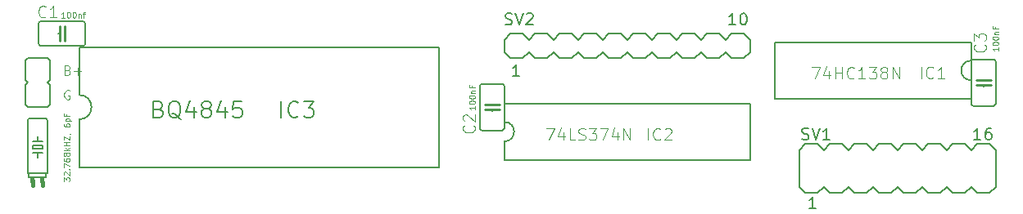
<source format=gbr>
%TF.GenerationSoftware,KiCad,Pcbnew,5.1.6*%
%TF.CreationDate,2020-10-23T20:35:41+02:00*%
%TF.ProjectId,RC2014 Real-Time Clock and IO,52433230-3134-4205-9265-616c2d54696d,rev?*%
%TF.SameCoordinates,Original*%
%TF.FileFunction,Legend,Top*%
%TF.FilePolarity,Positive*%
%FSLAX46Y46*%
G04 Gerber Fmt 4.6, Leading zero omitted, Abs format (unit mm)*
G04 Created by KiCad (PCBNEW 5.1.6) date 2020-10-23 20:35:41*
%MOMM*%
%LPD*%
G01*
G04 APERTURE LIST*
%ADD10C,0.081280*%
%ADD11C,0.152400*%
%ADD12C,0.100000*%
%ADD13C,0.406400*%
%ADD14C,0.254000*%
%ADD15C,0.120650*%
%ADD16C,0.060000*%
%ADD17C,0.127000*%
%ADD18C,0.168910*%
%ADD19C,0.096520*%
G04 APERTURE END LIST*
D10*
X103099322Y-102001400D02*
X103007398Y-101955438D01*
X102869512Y-101955438D01*
X102731627Y-102001400D01*
X102639703Y-102093323D01*
X102593741Y-102185247D01*
X102547779Y-102369095D01*
X102547779Y-102506980D01*
X102593741Y-102690828D01*
X102639703Y-102782752D01*
X102731627Y-102874676D01*
X102869512Y-102920638D01*
X102961436Y-102920638D01*
X103099322Y-102874676D01*
X103145284Y-102828714D01*
X103145284Y-102506980D01*
X102961436Y-102506980D01*
X102915474Y-99875057D02*
X103053360Y-99921019D01*
X103099322Y-99966980D01*
X103145284Y-100058904D01*
X103145284Y-100196790D01*
X103099322Y-100288714D01*
X103053360Y-100334676D01*
X102961436Y-100380638D01*
X102593741Y-100380638D01*
X102593741Y-99415438D01*
X102915474Y-99415438D01*
X103007398Y-99461400D01*
X103053360Y-99507361D01*
X103099322Y-99599285D01*
X103099322Y-99691209D01*
X103053360Y-99783133D01*
X103007398Y-99829095D01*
X102915474Y-99875057D01*
X102593741Y-99875057D01*
X103558941Y-100012942D02*
X104294332Y-100012942D01*
X103926636Y-100380638D02*
X103926636Y-99645247D01*
D11*
%TO.C,IC1*%
X196291100Y-96997600D02*
X196291100Y-98902600D01*
X196291100Y-102839600D02*
X196291100Y-100934600D01*
X175971100Y-102839600D02*
X175971100Y-96997600D01*
X196291100Y-96997600D02*
X175971100Y-96997600D01*
X175971100Y-102839600D02*
X196291100Y-102839600D01*
X196291100Y-98902600D02*
G75*
G03*
X196291100Y-100934600I0J-1016000D01*
G01*
D12*
%TO.C,Q1*%
G36*
X99059900Y-111602600D02*
G01*
X99466300Y-111602600D01*
X99466300Y-111018400D01*
X99059900Y-111018400D01*
X99059900Y-111602600D01*
G37*
G36*
X100075900Y-111602600D02*
G01*
X100482300Y-111602600D01*
X100482300Y-111018400D01*
X100075900Y-111018400D01*
X100075900Y-111602600D01*
G37*
D11*
X100660100Y-110586600D02*
X98882100Y-110586600D01*
X100787100Y-110586600D02*
X100660100Y-110586600D01*
X99771100Y-107284600D02*
X100279100Y-107284600D01*
X99771100Y-107284600D02*
X99771100Y-106776600D01*
X99771100Y-108427600D02*
X100279100Y-108427600D01*
X99771100Y-108427600D02*
X99771100Y-108935600D01*
X99263100Y-108427600D02*
X99771100Y-108427600D01*
X99263100Y-107284600D02*
X99771100Y-107284600D01*
X99263100Y-107665600D02*
X100279100Y-107665600D01*
X100279100Y-108046600D02*
X100279100Y-107665600D01*
X100279100Y-108046600D02*
X99263100Y-108046600D01*
X99263100Y-107665600D02*
X99263100Y-108046600D01*
D13*
X99263100Y-111856600D02*
X99263100Y-111348600D01*
X100279100Y-111856600D02*
X100279100Y-111475600D01*
D11*
X98755100Y-110586600D02*
X98755100Y-105125600D01*
X98755100Y-110586600D02*
X98882100Y-110586600D01*
X98882100Y-110967600D02*
X98882100Y-110586600D01*
X100787100Y-110586600D02*
X100787100Y-105125600D01*
X100660100Y-110967600D02*
X100660100Y-110586600D01*
X99009100Y-104871600D02*
X100533100Y-104871600D01*
X98882100Y-110967600D02*
X100660100Y-110967600D01*
X99009100Y-104871600D02*
G75*
G03*
X98755100Y-105125600I0J-254000D01*
G01*
X100787100Y-105125600D02*
G75*
G03*
X100533100Y-104871600I-254000J0D01*
G01*
%TO.C,SV1*%
X195656100Y-112618600D02*
X194386100Y-112618600D01*
X193751100Y-111983600D02*
X194386100Y-112618600D01*
X196926100Y-112618600D02*
X196291100Y-111983600D01*
X198196100Y-112618600D02*
X196926100Y-112618600D01*
X198831100Y-111983600D02*
X198196100Y-112618600D01*
X196291100Y-111983600D02*
X195656100Y-112618600D01*
X198831100Y-108173600D02*
X198831100Y-111983600D01*
X194386100Y-107538600D02*
X193751100Y-108173600D01*
X198196100Y-107538600D02*
X198831100Y-108173600D01*
X196926100Y-107538600D02*
X198196100Y-107538600D01*
X196291100Y-108173600D02*
X196926100Y-107538600D01*
X195656100Y-107538600D02*
X196291100Y-108173600D01*
X194386100Y-107538600D02*
X195656100Y-107538600D01*
X191846100Y-112618600D02*
X191211100Y-111983600D01*
X193116100Y-112618600D02*
X191846100Y-112618600D01*
X193751100Y-111983600D02*
X193116100Y-112618600D01*
X188036100Y-112618600D02*
X186766100Y-112618600D01*
X186131100Y-111983600D02*
X186766100Y-112618600D01*
X189306100Y-112618600D02*
X188671100Y-111983600D01*
X190576100Y-112618600D02*
X189306100Y-112618600D01*
X191211100Y-111983600D02*
X190576100Y-112618600D01*
X188671100Y-111983600D02*
X188036100Y-112618600D01*
X184226100Y-112618600D02*
X183591100Y-111983600D01*
X185496100Y-112618600D02*
X184226100Y-112618600D01*
X186131100Y-111983600D02*
X185496100Y-112618600D01*
X180416100Y-112618600D02*
X179146100Y-112618600D01*
X178511100Y-111983600D02*
X179146100Y-112618600D01*
X178511100Y-108173600D02*
X178511100Y-111983600D01*
X181686100Y-112618600D02*
X181051100Y-111983600D01*
X182956100Y-112618600D02*
X181686100Y-112618600D01*
X183591100Y-111983600D02*
X182956100Y-112618600D01*
X181051100Y-111983600D02*
X180416100Y-112618600D01*
X193116100Y-107538600D02*
X193751100Y-108173600D01*
X191846100Y-107538600D02*
X193116100Y-107538600D01*
X191211100Y-108173600D02*
X191846100Y-107538600D01*
X186766100Y-107538600D02*
X186131100Y-108173600D01*
X190576100Y-107538600D02*
X191211100Y-108173600D01*
X189306100Y-107538600D02*
X190576100Y-107538600D01*
X188671100Y-108173600D02*
X189306100Y-107538600D01*
X188036100Y-107538600D02*
X188671100Y-108173600D01*
X186766100Y-107538600D02*
X188036100Y-107538600D01*
X185496100Y-107538600D02*
X186131100Y-108173600D01*
X184226100Y-107538600D02*
X185496100Y-107538600D01*
X183591100Y-108173600D02*
X184226100Y-107538600D01*
X179146100Y-107538600D02*
X178511100Y-108173600D01*
X182956100Y-107538600D02*
X183591100Y-108173600D01*
X181686100Y-107538600D02*
X182956100Y-107538600D01*
X181051100Y-108173600D02*
X181686100Y-107538600D01*
X180416100Y-107538600D02*
X181051100Y-108173600D01*
X179146100Y-107538600D02*
X180416100Y-107538600D01*
%TO.C,IC3*%
X104089100Y-104998600D02*
X104089100Y-109951600D01*
X141300100Y-109951600D02*
X104089100Y-109951600D01*
X104089100Y-97505600D02*
X141300100Y-97505600D01*
X104089100Y-97505600D02*
X104089100Y-102458600D01*
X141300100Y-109951600D02*
X141300100Y-97505600D01*
X104089100Y-104998600D02*
G75*
G03*
X104089100Y-102458600I0J1270000D01*
G01*
%TO.C,IC2*%
X148031100Y-109189600D02*
X148031100Y-107284600D01*
X148031100Y-103347600D02*
X148031100Y-105252600D01*
X173431100Y-103347600D02*
X173431100Y-109189600D01*
X148031100Y-109189600D02*
X173431100Y-109189600D01*
X173431100Y-103347600D02*
X148031100Y-103347600D01*
X148031100Y-107284600D02*
G75*
G03*
X148031100Y-105252600I0J1016000D01*
G01*
%TO.C,JP1*%
X100787100Y-98648600D02*
X98755100Y-98648600D01*
X100787100Y-98648600D02*
X101041100Y-98902600D01*
X101041100Y-100934600D02*
X101041100Y-98902600D01*
X101041100Y-103474600D02*
X101041100Y-101442600D01*
X101041100Y-103474600D02*
X100787100Y-103728600D01*
X98755100Y-103728600D02*
X100787100Y-103728600D01*
X98501100Y-103474600D02*
X98501100Y-101442600D01*
X98501100Y-103474600D02*
X98755100Y-103728600D01*
X98755100Y-98648600D02*
X98501100Y-98902600D01*
X98501100Y-100934600D02*
X98501100Y-98902600D01*
X98755100Y-101188600D02*
X98501100Y-100934600D01*
X98755100Y-101188600D02*
X98501100Y-101442600D01*
X100787100Y-101188600D02*
X101041100Y-100934600D01*
X100787100Y-101188600D02*
X101041100Y-101442600D01*
%TO.C,SV2*%
X173431100Y-96743600D02*
X173431100Y-98013600D01*
X170256100Y-98648600D02*
X168986100Y-98648600D01*
X168351100Y-98013600D02*
X168986100Y-98648600D01*
X168986100Y-96108600D02*
X168351100Y-96743600D01*
X171526100Y-98648600D02*
X170891100Y-98013600D01*
X172796100Y-98648600D02*
X171526100Y-98648600D01*
X173431100Y-98013600D02*
X172796100Y-98648600D01*
X172796100Y-96108600D02*
X173431100Y-96743600D01*
X171526100Y-96108600D02*
X172796100Y-96108600D01*
X170891100Y-96743600D02*
X171526100Y-96108600D01*
X170891100Y-98013600D02*
X170256100Y-98648600D01*
X170256100Y-96108600D02*
X170891100Y-96743600D01*
X168986100Y-96108600D02*
X170256100Y-96108600D01*
X167716100Y-98648600D02*
X166446100Y-98648600D01*
X165811100Y-98013600D02*
X166446100Y-98648600D01*
X166446100Y-96108600D02*
X165811100Y-96743600D01*
X168351100Y-98013600D02*
X167716100Y-98648600D01*
X167716100Y-96108600D02*
X168351100Y-96743600D01*
X166446100Y-96108600D02*
X167716100Y-96108600D01*
X163906100Y-98648600D02*
X163271100Y-98013600D01*
X165176100Y-98648600D02*
X163906100Y-98648600D01*
X165811100Y-98013600D02*
X165176100Y-98648600D01*
X165176100Y-96108600D02*
X165811100Y-96743600D01*
X163906100Y-96108600D02*
X165176100Y-96108600D01*
X163271100Y-96743600D02*
X163906100Y-96108600D01*
X160096100Y-98648600D02*
X158826100Y-98648600D01*
X158191100Y-98013600D02*
X158826100Y-98648600D01*
X158826100Y-96108600D02*
X158191100Y-96743600D01*
X161366100Y-98648600D02*
X160731100Y-98013600D01*
X162636100Y-98648600D02*
X161366100Y-98648600D01*
X163271100Y-98013600D02*
X162636100Y-98648600D01*
X162636100Y-96108600D02*
X163271100Y-96743600D01*
X161366100Y-96108600D02*
X162636100Y-96108600D01*
X160731100Y-96743600D02*
X161366100Y-96108600D01*
X160731100Y-98013600D02*
X160096100Y-98648600D01*
X160096100Y-96108600D02*
X160731100Y-96743600D01*
X158826100Y-96108600D02*
X160096100Y-96108600D01*
X157556100Y-98648600D02*
X156286100Y-98648600D01*
X155651100Y-98013600D02*
X156286100Y-98648600D01*
X156286100Y-96108600D02*
X155651100Y-96743600D01*
X158191100Y-98013600D02*
X157556100Y-98648600D01*
X157556100Y-96108600D02*
X158191100Y-96743600D01*
X156286100Y-96108600D02*
X157556100Y-96108600D01*
X153746100Y-98648600D02*
X153111100Y-98013600D01*
X155016100Y-98648600D02*
X153746100Y-98648600D01*
X155651100Y-98013600D02*
X155016100Y-98648600D01*
X155016100Y-96108600D02*
X155651100Y-96743600D01*
X153746100Y-96108600D02*
X155016100Y-96108600D01*
X153111100Y-96743600D02*
X153746100Y-96108600D01*
X149936100Y-98648600D02*
X148666100Y-98648600D01*
X148031100Y-98013600D02*
X148666100Y-98648600D01*
X148666100Y-96108600D02*
X148031100Y-96743600D01*
X148031100Y-96743600D02*
X148031100Y-98013600D01*
X151206100Y-98648600D02*
X150571100Y-98013600D01*
X152476100Y-98648600D02*
X151206100Y-98648600D01*
X153111100Y-98013600D02*
X152476100Y-98648600D01*
X152476100Y-96108600D02*
X153111100Y-96743600D01*
X151206100Y-96108600D02*
X152476100Y-96108600D01*
X150571100Y-96743600D02*
X151206100Y-96108600D01*
X150571100Y-98013600D02*
X149936100Y-98648600D01*
X149936100Y-96108600D02*
X150571100Y-96743600D01*
X148666100Y-96108600D02*
X149936100Y-96108600D01*
%TO.C,C1*%
X102565100Y-96108600D02*
X102692100Y-96108600D01*
D14*
X102565100Y-96108600D02*
X102565100Y-95346600D01*
X102565100Y-96870600D02*
X102565100Y-96108600D01*
X102057100Y-96108600D02*
X102057100Y-95346600D01*
X102057100Y-96108600D02*
X102057100Y-96870600D01*
D11*
X101930100Y-96108600D02*
X102057100Y-96108600D01*
X104724100Y-97124600D02*
X104724100Y-95092600D01*
X99898100Y-97124600D02*
X99898100Y-95092600D01*
X100152100Y-94838600D02*
X104470100Y-94838600D01*
X104470100Y-97378600D02*
X100152100Y-97378600D01*
X104470100Y-94838600D02*
G75*
G02*
X104724100Y-95092600I0J-254000D01*
G01*
X99898100Y-95092600D02*
G75*
G02*
X100152100Y-94838600I254000J0D01*
G01*
X104470100Y-97378600D02*
G75*
G03*
X104724100Y-97124600I0J254000D01*
G01*
X99898100Y-97124600D02*
G75*
G03*
X100152100Y-97378600I254000J0D01*
G01*
%TO.C,C2*%
X146761100Y-103474600D02*
X146761100Y-103347600D01*
D14*
X146761100Y-103474600D02*
X145999100Y-103474600D01*
X147523100Y-103474600D02*
X146761100Y-103474600D01*
X146761100Y-103982600D02*
X145999100Y-103982600D01*
X146761100Y-103982600D02*
X147523100Y-103982600D01*
D11*
X146761100Y-104109600D02*
X146761100Y-103982600D01*
X147777100Y-101315600D02*
X145745100Y-101315600D01*
X147777100Y-106141600D02*
X145745100Y-106141600D01*
X145491100Y-105887600D02*
X145491100Y-101569600D01*
X148031100Y-101569600D02*
X148031100Y-105887600D01*
X145491100Y-101569600D02*
G75*
G02*
X145745100Y-101315600I254000J0D01*
G01*
X145745100Y-106141600D02*
G75*
G02*
X145491100Y-105887600I0J254000D01*
G01*
X148031100Y-101569600D02*
G75*
G03*
X147777100Y-101315600I-254000J0D01*
G01*
X147777100Y-106141600D02*
G75*
G03*
X148031100Y-105887600I0J254000D01*
G01*
%TO.C,C3*%
X197561100Y-101442600D02*
X197561100Y-101569600D01*
D14*
X197561100Y-101442600D02*
X198323100Y-101442600D01*
X196799100Y-101442600D02*
X197561100Y-101442600D01*
X197561100Y-100934600D02*
X198323100Y-100934600D01*
X197561100Y-100934600D02*
X196799100Y-100934600D01*
D11*
X197561100Y-100807600D02*
X197561100Y-100934600D01*
X196545100Y-103601600D02*
X198577100Y-103601600D01*
X196545100Y-98775600D02*
X198577100Y-98775600D01*
X198831100Y-99029600D02*
X198831100Y-103347600D01*
X196291100Y-103347600D02*
X196291100Y-99029600D01*
X198831100Y-103347600D02*
G75*
G02*
X198577100Y-103601600I-254000J0D01*
G01*
X198577100Y-98775600D02*
G75*
G02*
X198831100Y-99029600I0J-254000D01*
G01*
X196291100Y-103347600D02*
G75*
G03*
X196545100Y-103601600I254000J0D01*
G01*
X196545100Y-98775600D02*
G75*
G03*
X196291100Y-99029600I0J-254000D01*
G01*
%TO.C,IC1*%
D15*
X191119684Y-100750147D02*
X191119684Y-99543647D01*
X192383636Y-100635242D02*
X192326184Y-100692695D01*
X192153827Y-100750147D01*
X192038922Y-100750147D01*
X191866565Y-100692695D01*
X191751660Y-100577790D01*
X191694208Y-100462885D01*
X191636755Y-100233076D01*
X191636755Y-100060719D01*
X191694208Y-99830909D01*
X191751660Y-99716004D01*
X191866565Y-99601100D01*
X192038922Y-99543647D01*
X192153827Y-99543647D01*
X192326184Y-99601100D01*
X192383636Y-99658552D01*
X193532684Y-100750147D02*
X192843255Y-100750147D01*
X193187970Y-100750147D02*
X193187970Y-99543647D01*
X193073065Y-99716004D01*
X192958160Y-99830909D01*
X192843255Y-99888361D01*
X179828779Y-99574047D02*
X180633112Y-99574047D01*
X180116041Y-100780547D01*
X181609803Y-99976214D02*
X181609803Y-100780547D01*
X181322541Y-99516595D02*
X181035279Y-100378380D01*
X181782160Y-100378380D01*
X182241779Y-100780547D02*
X182241779Y-99574047D01*
X182241779Y-100148571D02*
X182931208Y-100148571D01*
X182931208Y-100780547D02*
X182931208Y-99574047D01*
X184195160Y-100665642D02*
X184137708Y-100723095D01*
X183965351Y-100780547D01*
X183850446Y-100780547D01*
X183678089Y-100723095D01*
X183563184Y-100608190D01*
X183505732Y-100493285D01*
X183448279Y-100263476D01*
X183448279Y-100091119D01*
X183505732Y-99861309D01*
X183563184Y-99746404D01*
X183678089Y-99631500D01*
X183850446Y-99574047D01*
X183965351Y-99574047D01*
X184137708Y-99631500D01*
X184195160Y-99688952D01*
X185344208Y-100780547D02*
X184654779Y-100780547D01*
X184999493Y-100780547D02*
X184999493Y-99574047D01*
X184884589Y-99746404D01*
X184769684Y-99861309D01*
X184654779Y-99918761D01*
X185746374Y-99574047D02*
X186493255Y-99574047D01*
X186091089Y-100033666D01*
X186263446Y-100033666D01*
X186378351Y-100091119D01*
X186435803Y-100148571D01*
X186493255Y-100263476D01*
X186493255Y-100550738D01*
X186435803Y-100665642D01*
X186378351Y-100723095D01*
X186263446Y-100780547D01*
X185918732Y-100780547D01*
X185803827Y-100723095D01*
X185746374Y-100665642D01*
X187182684Y-100091119D02*
X187067779Y-100033666D01*
X187010327Y-99976214D01*
X186952874Y-99861309D01*
X186952874Y-99803857D01*
X187010327Y-99688952D01*
X187067779Y-99631500D01*
X187182684Y-99574047D01*
X187412493Y-99574047D01*
X187527398Y-99631500D01*
X187584851Y-99688952D01*
X187642303Y-99803857D01*
X187642303Y-99861309D01*
X187584851Y-99976214D01*
X187527398Y-100033666D01*
X187412493Y-100091119D01*
X187182684Y-100091119D01*
X187067779Y-100148571D01*
X187010327Y-100206023D01*
X186952874Y-100320928D01*
X186952874Y-100550738D01*
X187010327Y-100665642D01*
X187067779Y-100723095D01*
X187182684Y-100780547D01*
X187412493Y-100780547D01*
X187527398Y-100723095D01*
X187584851Y-100665642D01*
X187642303Y-100550738D01*
X187642303Y-100320928D01*
X187584851Y-100206023D01*
X187527398Y-100148571D01*
X187412493Y-100091119D01*
X188159374Y-100780547D02*
X188159374Y-99574047D01*
X188848803Y-100780547D01*
X188848803Y-99574047D01*
%TO.C,Q1*%
D16*
X102495428Y-111381285D02*
X102495428Y-111009857D01*
X102724000Y-111209857D01*
X102724000Y-111124142D01*
X102752571Y-111067000D01*
X102781142Y-111038428D01*
X102838285Y-111009857D01*
X102981142Y-111009857D01*
X103038285Y-111038428D01*
X103066857Y-111067000D01*
X103095428Y-111124142D01*
X103095428Y-111295571D01*
X103066857Y-111352714D01*
X103038285Y-111381285D01*
X102552571Y-110781285D02*
X102524000Y-110752714D01*
X102495428Y-110695571D01*
X102495428Y-110552714D01*
X102524000Y-110495571D01*
X102552571Y-110467000D01*
X102609714Y-110438428D01*
X102666857Y-110438428D01*
X102752571Y-110467000D01*
X103095428Y-110809857D01*
X103095428Y-110438428D01*
X103038285Y-110181285D02*
X103066857Y-110152714D01*
X103095428Y-110181285D01*
X103066857Y-110209857D01*
X103038285Y-110181285D01*
X103095428Y-110181285D01*
X102495428Y-109952714D02*
X102495428Y-109552714D01*
X103095428Y-109809857D01*
X102495428Y-109067000D02*
X102495428Y-109181285D01*
X102524000Y-109238428D01*
X102552571Y-109267000D01*
X102638285Y-109324142D01*
X102752571Y-109352714D01*
X102981142Y-109352714D01*
X103038285Y-109324142D01*
X103066857Y-109295571D01*
X103095428Y-109238428D01*
X103095428Y-109124142D01*
X103066857Y-109067000D01*
X103038285Y-109038428D01*
X102981142Y-109009857D01*
X102838285Y-109009857D01*
X102781142Y-109038428D01*
X102752571Y-109067000D01*
X102724000Y-109124142D01*
X102724000Y-109238428D01*
X102752571Y-109295571D01*
X102781142Y-109324142D01*
X102838285Y-109352714D01*
X102752571Y-108667000D02*
X102724000Y-108724142D01*
X102695428Y-108752714D01*
X102638285Y-108781285D01*
X102609714Y-108781285D01*
X102552571Y-108752714D01*
X102524000Y-108724142D01*
X102495428Y-108667000D01*
X102495428Y-108552714D01*
X102524000Y-108495571D01*
X102552571Y-108467000D01*
X102609714Y-108438428D01*
X102638285Y-108438428D01*
X102695428Y-108467000D01*
X102724000Y-108495571D01*
X102752571Y-108552714D01*
X102752571Y-108667000D01*
X102781142Y-108724142D01*
X102809714Y-108752714D01*
X102866857Y-108781285D01*
X102981142Y-108781285D01*
X103038285Y-108752714D01*
X103066857Y-108724142D01*
X103095428Y-108667000D01*
X103095428Y-108552714D01*
X103066857Y-108495571D01*
X103038285Y-108467000D01*
X102981142Y-108438428D01*
X102866857Y-108438428D01*
X102809714Y-108467000D01*
X102781142Y-108495571D01*
X102752571Y-108552714D01*
X103095428Y-108181285D02*
X102495428Y-108181285D01*
X102866857Y-108124142D02*
X103095428Y-107952714D01*
X102695428Y-107952714D02*
X102924000Y-108181285D01*
X103095428Y-107695571D02*
X102495428Y-107695571D01*
X102781142Y-107695571D02*
X102781142Y-107352714D01*
X103095428Y-107352714D02*
X102495428Y-107352714D01*
X102495428Y-107124142D02*
X102495428Y-106724142D01*
X103095428Y-107124142D01*
X103095428Y-106724142D01*
X103066857Y-106467000D02*
X103095428Y-106467000D01*
X103152571Y-106495571D01*
X103181142Y-106524142D01*
X102495428Y-105495571D02*
X102495428Y-105609857D01*
X102524000Y-105667000D01*
X102552571Y-105695571D01*
X102638285Y-105752714D01*
X102752571Y-105781285D01*
X102981142Y-105781285D01*
X103038285Y-105752714D01*
X103066857Y-105724142D01*
X103095428Y-105667000D01*
X103095428Y-105552714D01*
X103066857Y-105495571D01*
X103038285Y-105467000D01*
X102981142Y-105438428D01*
X102838285Y-105438428D01*
X102781142Y-105467000D01*
X102752571Y-105495571D01*
X102724000Y-105552714D01*
X102724000Y-105667000D01*
X102752571Y-105724142D01*
X102781142Y-105752714D01*
X102838285Y-105781285D01*
X102695428Y-105181285D02*
X103295428Y-105181285D01*
X102724000Y-105181285D02*
X102695428Y-105124142D01*
X102695428Y-105009857D01*
X102724000Y-104952714D01*
X102752571Y-104924142D01*
X102809714Y-104895571D01*
X102981142Y-104895571D01*
X103038285Y-104924142D01*
X103066857Y-104952714D01*
X103095428Y-105009857D01*
X103095428Y-105124142D01*
X103066857Y-105181285D01*
X102781142Y-104438428D02*
X102781142Y-104638428D01*
X103095428Y-104638428D02*
X102495428Y-104638428D01*
X102495428Y-104352714D01*
%TO.C,SV1*%
D17*
X178823459Y-107042695D02*
X178995816Y-107100147D01*
X179283078Y-107100147D01*
X179397983Y-107042695D01*
X179455435Y-106985242D01*
X179512888Y-106870338D01*
X179512888Y-106755433D01*
X179455435Y-106640528D01*
X179397983Y-106583076D01*
X179283078Y-106525623D01*
X179053269Y-106468171D01*
X178938364Y-106410719D01*
X178880911Y-106353266D01*
X178823459Y-106238361D01*
X178823459Y-106123457D01*
X178880911Y-106008552D01*
X178938364Y-105951100D01*
X179053269Y-105893647D01*
X179340530Y-105893647D01*
X179512888Y-105951100D01*
X179857602Y-105893647D02*
X180259769Y-107100147D01*
X180661935Y-105893647D01*
X181696078Y-107100147D02*
X181006650Y-107100147D01*
X181351364Y-107100147D02*
X181351364Y-105893647D01*
X181236459Y-106066004D01*
X181121554Y-106180909D01*
X181006650Y-106238361D01*
X197292888Y-107100147D02*
X196603459Y-107100147D01*
X196948173Y-107100147D02*
X196948173Y-105893647D01*
X196833269Y-106066004D01*
X196718364Y-106180909D01*
X196603459Y-106238361D01*
X198327030Y-105893647D02*
X198097221Y-105893647D01*
X197982316Y-105951100D01*
X197924864Y-106008552D01*
X197809959Y-106180909D01*
X197752507Y-106410719D01*
X197752507Y-106870338D01*
X197809959Y-106985242D01*
X197867411Y-107042695D01*
X197982316Y-107100147D01*
X198212126Y-107100147D01*
X198327030Y-107042695D01*
X198384483Y-106985242D01*
X198441935Y-106870338D01*
X198441935Y-106583076D01*
X198384483Y-106468171D01*
X198327030Y-106410719D01*
X198212126Y-106353266D01*
X197982316Y-106353266D01*
X197867411Y-106410719D01*
X197809959Y-106468171D01*
X197752507Y-106583076D01*
X180274888Y-114212147D02*
X179585459Y-114212147D01*
X179930173Y-114212147D02*
X179930173Y-113005647D01*
X179815269Y-113178004D01*
X179700364Y-113292909D01*
X179585459Y-113350361D01*
%TO.C,IC3*%
D18*
X124971958Y-104821566D02*
X124971958Y-103132466D01*
X126741491Y-104660700D02*
X126661058Y-104741133D01*
X126419758Y-104821566D01*
X126258891Y-104821566D01*
X126017591Y-104741133D01*
X125856724Y-104580266D01*
X125776291Y-104419400D01*
X125695858Y-104097666D01*
X125695858Y-103856366D01*
X125776291Y-103534633D01*
X125856724Y-103373766D01*
X126017591Y-103212900D01*
X126258891Y-103132466D01*
X126419758Y-103132466D01*
X126661058Y-103212900D01*
X126741491Y-103293333D01*
X127304524Y-103132466D02*
X128350158Y-103132466D01*
X127787124Y-103775933D01*
X128028424Y-103775933D01*
X128189291Y-103856366D01*
X128269724Y-103936800D01*
X128350158Y-104097666D01*
X128350158Y-104499833D01*
X128269724Y-104660700D01*
X128189291Y-104741133D01*
X128028424Y-104821566D01*
X127545824Y-104821566D01*
X127384958Y-104741133D01*
X127304524Y-104660700D01*
X112326991Y-103936800D02*
X112568291Y-104017233D01*
X112648724Y-104097666D01*
X112729158Y-104258533D01*
X112729158Y-104499833D01*
X112648724Y-104660700D01*
X112568291Y-104741133D01*
X112407424Y-104821566D01*
X111763958Y-104821566D01*
X111763958Y-103132466D01*
X112326991Y-103132466D01*
X112487858Y-103212900D01*
X112568291Y-103293333D01*
X112648724Y-103454200D01*
X112648724Y-103615066D01*
X112568291Y-103775933D01*
X112487858Y-103856366D01*
X112326991Y-103936800D01*
X111763958Y-103936800D01*
X114579124Y-104982433D02*
X114418258Y-104902000D01*
X114257391Y-104741133D01*
X114016091Y-104499833D01*
X113855224Y-104419400D01*
X113694358Y-104419400D01*
X113774791Y-104821566D02*
X113613924Y-104741133D01*
X113453058Y-104580266D01*
X113372624Y-104258533D01*
X113372624Y-103695500D01*
X113453058Y-103373766D01*
X113613924Y-103212900D01*
X113774791Y-103132466D01*
X114096524Y-103132466D01*
X114257391Y-103212900D01*
X114418258Y-103373766D01*
X114498691Y-103695500D01*
X114498691Y-104258533D01*
X114418258Y-104580266D01*
X114257391Y-104741133D01*
X114096524Y-104821566D01*
X113774791Y-104821566D01*
X115946491Y-103695500D02*
X115946491Y-104821566D01*
X115544324Y-103052033D02*
X115142158Y-104258533D01*
X116187791Y-104258533D01*
X117072558Y-103856366D02*
X116911691Y-103775933D01*
X116831258Y-103695500D01*
X116750824Y-103534633D01*
X116750824Y-103454200D01*
X116831258Y-103293333D01*
X116911691Y-103212900D01*
X117072558Y-103132466D01*
X117394291Y-103132466D01*
X117555158Y-103212900D01*
X117635591Y-103293333D01*
X117716024Y-103454200D01*
X117716024Y-103534633D01*
X117635591Y-103695500D01*
X117555158Y-103775933D01*
X117394291Y-103856366D01*
X117072558Y-103856366D01*
X116911691Y-103936800D01*
X116831258Y-104017233D01*
X116750824Y-104178100D01*
X116750824Y-104499833D01*
X116831258Y-104660700D01*
X116911691Y-104741133D01*
X117072558Y-104821566D01*
X117394291Y-104821566D01*
X117555158Y-104741133D01*
X117635591Y-104660700D01*
X117716024Y-104499833D01*
X117716024Y-104178100D01*
X117635591Y-104017233D01*
X117555158Y-103936800D01*
X117394291Y-103856366D01*
X119163824Y-103695500D02*
X119163824Y-104821566D01*
X118761658Y-103052033D02*
X118359491Y-104258533D01*
X119405124Y-104258533D01*
X120852924Y-103132466D02*
X120048591Y-103132466D01*
X119968158Y-103936800D01*
X120048591Y-103856366D01*
X120209458Y-103775933D01*
X120611624Y-103775933D01*
X120772491Y-103856366D01*
X120852924Y-103936800D01*
X120933358Y-104097666D01*
X120933358Y-104499833D01*
X120852924Y-104660700D01*
X120772491Y-104741133D01*
X120611624Y-104821566D01*
X120209458Y-104821566D01*
X120048591Y-104741133D01*
X119968158Y-104660700D01*
%TO.C,IC2*%
D19*
X162909999Y-107130547D02*
X162909999Y-105924047D01*
X164173952Y-107015642D02*
X164116499Y-107073095D01*
X163944142Y-107130547D01*
X163829238Y-107130547D01*
X163656880Y-107073095D01*
X163541976Y-106958190D01*
X163484523Y-106843285D01*
X163427071Y-106613476D01*
X163427071Y-106441119D01*
X163484523Y-106211309D01*
X163541976Y-106096404D01*
X163656880Y-105981500D01*
X163829238Y-105924047D01*
X163944142Y-105924047D01*
X164116499Y-105981500D01*
X164173952Y-106038952D01*
X164633571Y-106038952D02*
X164691023Y-105981500D01*
X164805928Y-105924047D01*
X165093190Y-105924047D01*
X165208095Y-105981500D01*
X165265547Y-106038952D01*
X165322999Y-106153857D01*
X165322999Y-106268761D01*
X165265547Y-106441119D01*
X164576118Y-107130547D01*
X165322999Y-107130547D01*
X152381095Y-105924047D02*
X153185428Y-105924047D01*
X152668357Y-107130547D01*
X154162118Y-106326214D02*
X154162118Y-107130547D01*
X153874857Y-105866595D02*
X153587595Y-106728380D01*
X154334476Y-106728380D01*
X155368618Y-107130547D02*
X154794095Y-107130547D01*
X154794095Y-105924047D01*
X155713333Y-107073095D02*
X155885690Y-107130547D01*
X156172952Y-107130547D01*
X156287857Y-107073095D01*
X156345309Y-107015642D01*
X156402761Y-106900738D01*
X156402761Y-106785833D01*
X156345309Y-106670928D01*
X156287857Y-106613476D01*
X156172952Y-106556023D01*
X155943142Y-106498571D01*
X155828238Y-106441119D01*
X155770785Y-106383666D01*
X155713333Y-106268761D01*
X155713333Y-106153857D01*
X155770785Y-106038952D01*
X155828238Y-105981500D01*
X155943142Y-105924047D01*
X156230404Y-105924047D01*
X156402761Y-105981500D01*
X156804928Y-105924047D02*
X157551809Y-105924047D01*
X157149642Y-106383666D01*
X157321999Y-106383666D01*
X157436904Y-106441119D01*
X157494357Y-106498571D01*
X157551809Y-106613476D01*
X157551809Y-106900738D01*
X157494357Y-107015642D01*
X157436904Y-107073095D01*
X157321999Y-107130547D01*
X156977285Y-107130547D01*
X156862380Y-107073095D01*
X156804928Y-107015642D01*
X157953976Y-105924047D02*
X158758309Y-105924047D01*
X158241238Y-107130547D01*
X159734999Y-106326214D02*
X159734999Y-107130547D01*
X159447738Y-105866595D02*
X159160476Y-106728380D01*
X159907357Y-106728380D01*
X160366976Y-107130547D02*
X160366976Y-105924047D01*
X161056404Y-107130547D01*
X161056404Y-105924047D01*
%TO.C,SV2*%
D17*
X148140359Y-95135095D02*
X148312716Y-95192547D01*
X148599978Y-95192547D01*
X148714883Y-95135095D01*
X148772335Y-95077642D01*
X148829788Y-94962738D01*
X148829788Y-94847833D01*
X148772335Y-94732928D01*
X148714883Y-94675476D01*
X148599978Y-94618023D01*
X148370169Y-94560571D01*
X148255264Y-94503119D01*
X148197811Y-94445666D01*
X148140359Y-94330761D01*
X148140359Y-94215857D01*
X148197811Y-94100952D01*
X148255264Y-94043500D01*
X148370169Y-93986047D01*
X148657430Y-93986047D01*
X148829788Y-94043500D01*
X149174502Y-93986047D02*
X149576669Y-95192547D01*
X149978835Y-93986047D01*
X150323550Y-94100952D02*
X150381002Y-94043500D01*
X150495907Y-93986047D01*
X150783169Y-93986047D01*
X150898073Y-94043500D01*
X150955526Y-94100952D01*
X151012978Y-94215857D01*
X151012978Y-94330761D01*
X150955526Y-94503119D01*
X150266097Y-95192547D01*
X151012978Y-95192547D01*
X171943788Y-95192547D02*
X171254359Y-95192547D01*
X171599073Y-95192547D02*
X171599073Y-93986047D01*
X171484169Y-94158404D01*
X171369264Y-94273309D01*
X171254359Y-94330761D01*
X172690669Y-93986047D02*
X172805573Y-93986047D01*
X172920478Y-94043500D01*
X172977930Y-94100952D01*
X173035383Y-94215857D01*
X173092835Y-94445666D01*
X173092835Y-94732928D01*
X173035383Y-94962738D01*
X172977930Y-95077642D01*
X172920478Y-95135095D01*
X172805573Y-95192547D01*
X172690669Y-95192547D01*
X172575764Y-95135095D01*
X172518311Y-95077642D01*
X172460859Y-94962738D01*
X172403407Y-94732928D01*
X172403407Y-94445666D01*
X172460859Y-94215857D01*
X172518311Y-94100952D01*
X172575764Y-94043500D01*
X172690669Y-93986047D01*
X149591788Y-100526547D02*
X148902359Y-100526547D01*
X149247073Y-100526547D02*
X149247073Y-99320047D01*
X149132169Y-99492404D01*
X149017264Y-99607309D01*
X148902359Y-99664761D01*
%TO.C,C1*%
D15*
X100623112Y-94315642D02*
X100565660Y-94373095D01*
X100393303Y-94430547D01*
X100278398Y-94430547D01*
X100106041Y-94373095D01*
X99991136Y-94258190D01*
X99933684Y-94143285D01*
X99876232Y-93913476D01*
X99876232Y-93741119D01*
X99933684Y-93511309D01*
X99991136Y-93396404D01*
X100106041Y-93281500D01*
X100278398Y-93224047D01*
X100393303Y-93224047D01*
X100565660Y-93281500D01*
X100623112Y-93338952D01*
X101772160Y-94430547D02*
X101082732Y-94430547D01*
X101427446Y-94430547D02*
X101427446Y-93224047D01*
X101312541Y-93396404D01*
X101197636Y-93511309D01*
X101082732Y-93568761D01*
D16*
X102604142Y-94459428D02*
X102261285Y-94459428D01*
X102432714Y-94459428D02*
X102432714Y-93859428D01*
X102375571Y-93945142D01*
X102318428Y-94002285D01*
X102261285Y-94030857D01*
X102975571Y-93859428D02*
X103032714Y-93859428D01*
X103089857Y-93888000D01*
X103118428Y-93916571D01*
X103147000Y-93973714D01*
X103175571Y-94088000D01*
X103175571Y-94230857D01*
X103147000Y-94345142D01*
X103118428Y-94402285D01*
X103089857Y-94430857D01*
X103032714Y-94459428D01*
X102975571Y-94459428D01*
X102918428Y-94430857D01*
X102889857Y-94402285D01*
X102861285Y-94345142D01*
X102832714Y-94230857D01*
X102832714Y-94088000D01*
X102861285Y-93973714D01*
X102889857Y-93916571D01*
X102918428Y-93888000D01*
X102975571Y-93859428D01*
X103547000Y-93859428D02*
X103604142Y-93859428D01*
X103661285Y-93888000D01*
X103689857Y-93916571D01*
X103718428Y-93973714D01*
X103747000Y-94088000D01*
X103747000Y-94230857D01*
X103718428Y-94345142D01*
X103689857Y-94402285D01*
X103661285Y-94430857D01*
X103604142Y-94459428D01*
X103547000Y-94459428D01*
X103489857Y-94430857D01*
X103461285Y-94402285D01*
X103432714Y-94345142D01*
X103404142Y-94230857D01*
X103404142Y-94088000D01*
X103432714Y-93973714D01*
X103461285Y-93916571D01*
X103489857Y-93888000D01*
X103547000Y-93859428D01*
X104004142Y-94059428D02*
X104004142Y-94459428D01*
X104004142Y-94116571D02*
X104032714Y-94088000D01*
X104089857Y-94059428D01*
X104175571Y-94059428D01*
X104232714Y-94088000D01*
X104261285Y-94145142D01*
X104261285Y-94459428D01*
X104461285Y-94059428D02*
X104689857Y-94059428D01*
X104547000Y-94459428D02*
X104547000Y-93945142D01*
X104575571Y-93888000D01*
X104632714Y-93859428D01*
X104689857Y-93859428D01*
%TO.C,C2*%
D15*
X144861642Y-105624887D02*
X144919095Y-105682339D01*
X144976547Y-105854696D01*
X144976547Y-105969601D01*
X144919095Y-106141958D01*
X144804190Y-106256863D01*
X144689285Y-106314315D01*
X144459476Y-106371767D01*
X144287119Y-106371767D01*
X144057309Y-106314315D01*
X143942404Y-106256863D01*
X143827500Y-106141958D01*
X143770047Y-105969601D01*
X143770047Y-105854696D01*
X143827500Y-105682339D01*
X143884952Y-105624887D01*
X143884952Y-105165267D02*
X143827500Y-105107815D01*
X143770047Y-104992910D01*
X143770047Y-104705648D01*
X143827500Y-104590744D01*
X143884952Y-104533291D01*
X143999857Y-104475839D01*
X144114761Y-104475839D01*
X144287119Y-104533291D01*
X144976547Y-105222720D01*
X144976547Y-104475839D01*
D16*
X145005428Y-103643857D02*
X145005428Y-103986714D01*
X145005428Y-103815285D02*
X144405428Y-103815285D01*
X144491142Y-103872428D01*
X144548285Y-103929571D01*
X144576857Y-103986714D01*
X144405428Y-103272428D02*
X144405428Y-103215285D01*
X144434000Y-103158142D01*
X144462571Y-103129571D01*
X144519714Y-103101000D01*
X144634000Y-103072428D01*
X144776857Y-103072428D01*
X144891142Y-103101000D01*
X144948285Y-103129571D01*
X144976857Y-103158142D01*
X145005428Y-103215285D01*
X145005428Y-103272428D01*
X144976857Y-103329571D01*
X144948285Y-103358142D01*
X144891142Y-103386714D01*
X144776857Y-103415285D01*
X144634000Y-103415285D01*
X144519714Y-103386714D01*
X144462571Y-103358142D01*
X144434000Y-103329571D01*
X144405428Y-103272428D01*
X144405428Y-102701000D02*
X144405428Y-102643857D01*
X144434000Y-102586714D01*
X144462571Y-102558142D01*
X144519714Y-102529571D01*
X144634000Y-102501000D01*
X144776857Y-102501000D01*
X144891142Y-102529571D01*
X144948285Y-102558142D01*
X144976857Y-102586714D01*
X145005428Y-102643857D01*
X145005428Y-102701000D01*
X144976857Y-102758142D01*
X144948285Y-102786714D01*
X144891142Y-102815285D01*
X144776857Y-102843857D01*
X144634000Y-102843857D01*
X144519714Y-102815285D01*
X144462571Y-102786714D01*
X144434000Y-102758142D01*
X144405428Y-102701000D01*
X144605428Y-102243857D02*
X145005428Y-102243857D01*
X144662571Y-102243857D02*
X144634000Y-102215285D01*
X144605428Y-102158142D01*
X144605428Y-102072428D01*
X144634000Y-102015285D01*
X144691142Y-101986714D01*
X145005428Y-101986714D01*
X144691142Y-101501000D02*
X144691142Y-101701000D01*
X145005428Y-101701000D02*
X144405428Y-101701000D01*
X144405428Y-101415285D01*
%TO.C,C3*%
D15*
X197693642Y-97242887D02*
X197751095Y-97300339D01*
X197808547Y-97472696D01*
X197808547Y-97587601D01*
X197751095Y-97759958D01*
X197636190Y-97874863D01*
X197521285Y-97932315D01*
X197291476Y-97989767D01*
X197119119Y-97989767D01*
X196889309Y-97932315D01*
X196774404Y-97874863D01*
X196659500Y-97759958D01*
X196602047Y-97587601D01*
X196602047Y-97472696D01*
X196659500Y-97300339D01*
X196716952Y-97242887D01*
X196602047Y-96840720D02*
X196602047Y-96093839D01*
X197061666Y-96496006D01*
X197061666Y-96323648D01*
X197119119Y-96208744D01*
X197176571Y-96151291D01*
X197291476Y-96093839D01*
X197578738Y-96093839D01*
X197693642Y-96151291D01*
X197751095Y-96208744D01*
X197808547Y-96323648D01*
X197808547Y-96668363D01*
X197751095Y-96783267D01*
X197693642Y-96840720D01*
D16*
X199107428Y-97547857D02*
X199107428Y-97890714D01*
X199107428Y-97719285D02*
X198507428Y-97719285D01*
X198593142Y-97776428D01*
X198650285Y-97833571D01*
X198678857Y-97890714D01*
X198507428Y-97176428D02*
X198507428Y-97119285D01*
X198536000Y-97062142D01*
X198564571Y-97033571D01*
X198621714Y-97005000D01*
X198736000Y-96976428D01*
X198878857Y-96976428D01*
X198993142Y-97005000D01*
X199050285Y-97033571D01*
X199078857Y-97062142D01*
X199107428Y-97119285D01*
X199107428Y-97176428D01*
X199078857Y-97233571D01*
X199050285Y-97262142D01*
X198993142Y-97290714D01*
X198878857Y-97319285D01*
X198736000Y-97319285D01*
X198621714Y-97290714D01*
X198564571Y-97262142D01*
X198536000Y-97233571D01*
X198507428Y-97176428D01*
X198507428Y-96605000D02*
X198507428Y-96547857D01*
X198536000Y-96490714D01*
X198564571Y-96462142D01*
X198621714Y-96433571D01*
X198736000Y-96405000D01*
X198878857Y-96405000D01*
X198993142Y-96433571D01*
X199050285Y-96462142D01*
X199078857Y-96490714D01*
X199107428Y-96547857D01*
X199107428Y-96605000D01*
X199078857Y-96662142D01*
X199050285Y-96690714D01*
X198993142Y-96719285D01*
X198878857Y-96747857D01*
X198736000Y-96747857D01*
X198621714Y-96719285D01*
X198564571Y-96690714D01*
X198536000Y-96662142D01*
X198507428Y-96605000D01*
X198707428Y-96147857D02*
X199107428Y-96147857D01*
X198764571Y-96147857D02*
X198736000Y-96119285D01*
X198707428Y-96062142D01*
X198707428Y-95976428D01*
X198736000Y-95919285D01*
X198793142Y-95890714D01*
X199107428Y-95890714D01*
X198793142Y-95405000D02*
X198793142Y-95605000D01*
X199107428Y-95605000D02*
X198507428Y-95605000D01*
X198507428Y-95319285D01*
%TD*%
M02*

</source>
